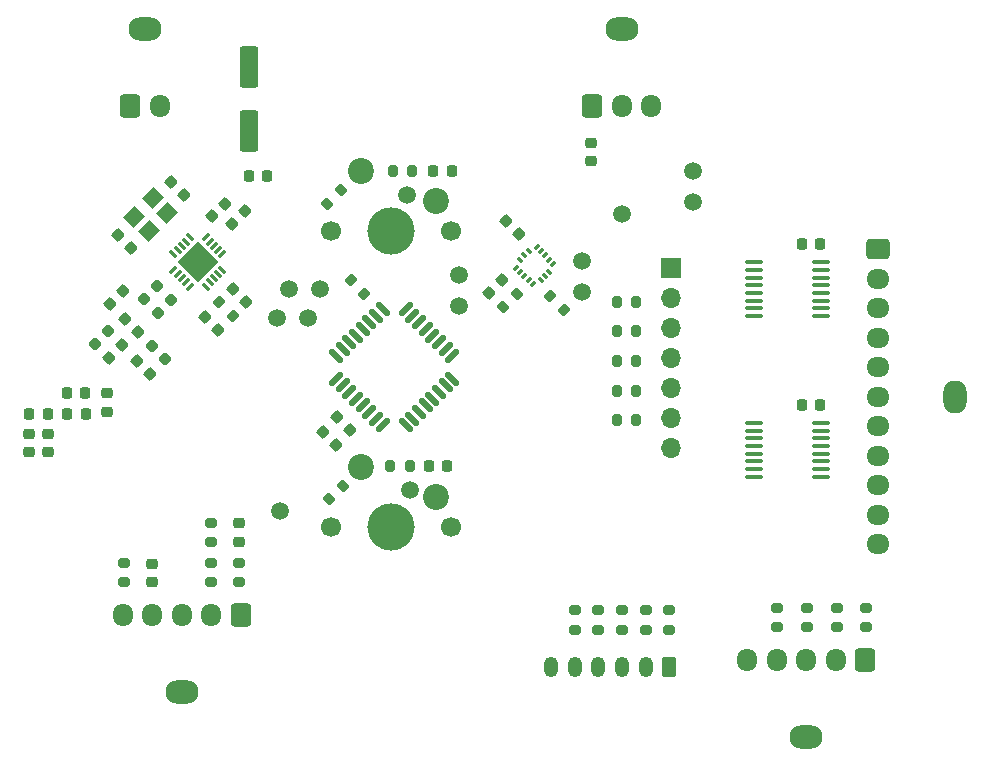
<source format=gbr>
%TF.GenerationSoftware,KiCad,Pcbnew,8.0.4-8.0.4-0~ubuntu22.04.1*%
%TF.CreationDate,2024-08-25T18:16:45-03:00*%
%TF.ProjectId,Antares-Transmitter,416e7461-7265-4732-9d54-72616e736d69,1.0.2*%
%TF.SameCoordinates,Original*%
%TF.FileFunction,Soldermask,Top*%
%TF.FilePolarity,Negative*%
%FSLAX46Y46*%
G04 Gerber Fmt 4.6, Leading zero omitted, Abs format (unit mm)*
G04 Created by KiCad (PCBNEW 8.0.4-8.0.4-0~ubuntu22.04.1) date 2024-08-25 18:16:45*
%MOMM*%
%LPD*%
G01*
G04 APERTURE LIST*
G04 Aperture macros list*
%AMRoundRect*
0 Rectangle with rounded corners*
0 $1 Rounding radius*
0 $2 $3 $4 $5 $6 $7 $8 $9 X,Y pos of 4 corners*
0 Add a 4 corners polygon primitive as box body*
4,1,4,$2,$3,$4,$5,$6,$7,$8,$9,$2,$3,0*
0 Add four circle primitives for the rounded corners*
1,1,$1+$1,$2,$3*
1,1,$1+$1,$4,$5*
1,1,$1+$1,$6,$7*
1,1,$1+$1,$8,$9*
0 Add four rect primitives between the rounded corners*
20,1,$1+$1,$2,$3,$4,$5,0*
20,1,$1+$1,$4,$5,$6,$7,0*
20,1,$1+$1,$6,$7,$8,$9,0*
20,1,$1+$1,$8,$9,$2,$3,0*%
%AMRotRect*
0 Rectangle, with rotation*
0 The origin of the aperture is its center*
0 $1 length*
0 $2 width*
0 $3 Rotation angle, in degrees counterclockwise*
0 Add horizontal line*
21,1,$1,$2,0,0,$3*%
G04 Aperture macros list end*
%ADD10RoundRect,0.250000X0.350000X0.625000X-0.350000X0.625000X-0.350000X-0.625000X0.350000X-0.625000X0*%
%ADD11O,1.200000X1.750000*%
%ADD12RoundRect,0.100000X-0.637500X-0.100000X0.637500X-0.100000X0.637500X0.100000X-0.637500X0.100000X0*%
%ADD13C,1.500000*%
%ADD14RoundRect,0.225000X0.225000X0.250000X-0.225000X0.250000X-0.225000X-0.250000X0.225000X-0.250000X0*%
%ADD15RoundRect,0.225000X0.250000X-0.225000X0.250000X0.225000X-0.250000X0.225000X-0.250000X-0.225000X0*%
%ADD16RoundRect,0.200000X0.335876X0.053033X0.053033X0.335876X-0.335876X-0.053033X-0.053033X-0.335876X0*%
%ADD17RoundRect,0.200000X-0.275000X0.200000X-0.275000X-0.200000X0.275000X-0.200000X0.275000X0.200000X0*%
%ADD18RoundRect,0.225000X-0.017678X0.335876X-0.335876X0.017678X0.017678X-0.335876X0.335876X-0.017678X0*%
%ADD19RoundRect,0.200000X0.200000X0.275000X-0.200000X0.275000X-0.200000X-0.275000X0.200000X-0.275000X0*%
%ADD20RoundRect,0.200000X-0.200000X-0.275000X0.200000X-0.275000X0.200000X0.275000X-0.200000X0.275000X0*%
%ADD21RoundRect,0.250000X0.550000X-1.500000X0.550000X1.500000X-0.550000X1.500000X-0.550000X-1.500000X0*%
%ADD22RoundRect,0.225000X-0.250000X0.225000X-0.250000X-0.225000X0.250000X-0.225000X0.250000X0.225000X0*%
%ADD23RoundRect,0.218750X0.335876X0.026517X0.026517X0.335876X-0.335876X-0.026517X-0.026517X-0.335876X0*%
%ADD24RoundRect,0.200000X0.053033X-0.335876X0.335876X-0.053033X-0.053033X0.335876X-0.335876X0.053033X0*%
%ADD25RoundRect,0.200000X-0.335876X-0.053033X-0.053033X-0.335876X0.335876X0.053033X0.053033X0.335876X0*%
%ADD26RoundRect,0.218750X0.218750X0.256250X-0.218750X0.256250X-0.218750X-0.256250X0.218750X-0.256250X0*%
%ADD27RoundRect,0.218750X-0.026517X0.335876X-0.335876X0.026517X0.026517X-0.335876X0.335876X-0.026517X0*%
%ADD28RoundRect,0.218750X-0.256250X0.218750X-0.256250X-0.218750X0.256250X-0.218750X0.256250X0.218750X0*%
%ADD29RoundRect,0.087500X-0.070711X-0.194454X0.194454X0.070711X0.070711X0.194454X-0.194454X-0.070711X0*%
%ADD30RoundRect,0.087500X0.070711X-0.194454X0.194454X-0.070711X-0.070711X0.194454X-0.194454X0.070711X0*%
%ADD31RoundRect,0.125000X-0.353553X-0.530330X0.530330X0.353553X0.353553X0.530330X-0.530330X-0.353553X0*%
%ADD32RoundRect,0.125000X0.353553X-0.530330X0.530330X-0.353553X-0.353553X0.530330X-0.530330X0.353553X0*%
%ADD33RoundRect,0.225000X-0.225000X-0.250000X0.225000X-0.250000X0.225000X0.250000X-0.225000X0.250000X0*%
%ADD34RoundRect,0.225000X-0.335876X-0.017678X-0.017678X-0.335876X0.335876X0.017678X0.017678X0.335876X0*%
%ADD35RoundRect,0.225000X0.017678X-0.335876X0.335876X-0.017678X-0.017678X0.335876X-0.335876X0.017678X0*%
%ADD36RoundRect,0.225000X0.335876X0.017678X0.017678X0.335876X-0.335876X-0.017678X-0.017678X-0.335876X0*%
%ADD37RoundRect,0.218750X0.256250X-0.218750X0.256250X0.218750X-0.256250X0.218750X-0.256250X-0.218750X0*%
%ADD38RotRect,1.400000X1.200000X225.000000*%
%ADD39RoundRect,0.062500X0.203293X0.291682X-0.291682X-0.203293X-0.203293X-0.291682X0.291682X0.203293X0*%
%ADD40RoundRect,0.062500X-0.203293X0.291682X-0.291682X0.203293X0.203293X-0.291682X0.291682X-0.203293X0*%
%ADD41RotRect,2.500000X2.500000X225.000000*%
%ADD42R,1.700000X1.700000*%
%ADD43O,1.700000X1.700000*%
%ADD44O,2.000000X2.800000*%
%ADD45RoundRect,0.250000X-0.725000X0.600000X-0.725000X-0.600000X0.725000X-0.600000X0.725000X0.600000X0*%
%ADD46O,1.950000X1.700000*%
%ADD47O,2.800000X2.000000*%
%ADD48RoundRect,0.250000X0.600000X0.725000X-0.600000X0.725000X-0.600000X-0.725000X0.600000X-0.725000X0*%
%ADD49O,1.700000X1.950000*%
%ADD50RoundRect,0.250000X-0.600000X-0.725000X0.600000X-0.725000X0.600000X0.725000X-0.600000X0.725000X0*%
%ADD51C,1.700000*%
%ADD52C,4.000000*%
%ADD53C,2.200000*%
G04 APERTURE END LIST*
D10*
%TO.C,J602*%
X150800000Y-144400000D03*
D11*
X148800000Y-144400000D03*
X146800000Y-144400000D03*
X144800000Y-144400000D03*
X142800000Y-144400000D03*
X140800000Y-144400000D03*
%TD*%
D12*
%TO.C,U402*%
X157937500Y-110125000D03*
X157937500Y-110775000D03*
X157937500Y-111425000D03*
X157937500Y-112075000D03*
X157937500Y-112725000D03*
X157937500Y-113375000D03*
X157937500Y-114025000D03*
X157937500Y-114675000D03*
X163662500Y-114675000D03*
X163662500Y-114025000D03*
X163662500Y-113375000D03*
X163662500Y-112725000D03*
X163662500Y-112075000D03*
X163662500Y-111425000D03*
X163662500Y-110775000D03*
X163662500Y-110125000D03*
%TD*%
%TO.C,U401*%
X157937500Y-123725000D03*
X157937500Y-124375000D03*
X157937500Y-125025000D03*
X157937500Y-125675000D03*
X157937500Y-126325000D03*
X157937500Y-126975000D03*
X157937500Y-127625000D03*
X157937500Y-128275000D03*
X163662500Y-128275000D03*
X163662500Y-127625000D03*
X163662500Y-126975000D03*
X163662500Y-126325000D03*
X163662500Y-125675000D03*
X163662500Y-125025000D03*
X163662500Y-124375000D03*
X163662500Y-123725000D03*
%TD*%
D13*
%TO.C,TP402*%
X152800000Y-102400000D03*
%TD*%
D14*
%TO.C,C402*%
X163575000Y-108600000D03*
X162025000Y-108600000D03*
%TD*%
D15*
%TO.C,C601*%
X114400000Y-133775000D03*
X114400000Y-132225000D03*
%TD*%
D13*
%TO.C,TP702*%
X128800000Y-129400000D03*
%TD*%
%TO.C,TP304*%
X120200000Y-114800000D03*
%TD*%
D16*
%TO.C,R801*%
X141883363Y-114133363D03*
X140716637Y-112966637D03*
%TD*%
D13*
%TO.C,TP303*%
X118600000Y-112400000D03*
%TD*%
%TO.C,TP701*%
X128600000Y-104400000D03*
%TD*%
%TO.C,TP501*%
X146800000Y-106000000D03*
%TD*%
D17*
%TO.C,R608*%
X142800000Y-139575000D03*
X142800000Y-141225000D03*
%TD*%
D18*
%TO.C,C802*%
X136648008Y-111601992D03*
X135551992Y-112698008D03*
%TD*%
%TO.C,C307*%
X104557533Y-112520642D03*
X103461517Y-113616658D03*
%TD*%
D17*
%TO.C,R609*%
X104600000Y-135575000D03*
X104600000Y-137225000D03*
%TD*%
D13*
%TO.C,TP804*%
X133000000Y-113800000D03*
%TD*%
D19*
%TO.C,R701*%
X129025000Y-102400000D03*
X127375000Y-102400000D03*
%TD*%
D20*
%TO.C,R1003*%
X146350000Y-118480000D03*
X148000000Y-118480000D03*
%TD*%
D21*
%TO.C,C1101*%
X115200000Y-99000000D03*
X115200000Y-93600000D03*
%TD*%
D22*
%TO.C,C501*%
X144200000Y-100025000D03*
X144200000Y-101575000D03*
%TD*%
D23*
%TO.C,L303*%
X108093069Y-118283562D03*
X106979375Y-117169868D03*
%TD*%
D17*
%TO.C,R903*%
X162450000Y-139375000D03*
X162450000Y-141025000D03*
%TD*%
D14*
%TO.C,C311*%
X101350000Y-121200000D03*
X99800000Y-121200000D03*
%TD*%
D17*
%TO.C,R904*%
X159940000Y-139375000D03*
X159940000Y-141025000D03*
%TD*%
D24*
%TO.C,R704*%
X122016637Y-130183363D03*
X123183363Y-129016637D03*
%TD*%
%TO.C,R802*%
X136716637Y-113933363D03*
X137883363Y-112766637D03*
%TD*%
D15*
%TO.C,C602*%
X107000000Y-137175000D03*
X107000000Y-135625000D03*
%TD*%
D13*
%TO.C,TP601*%
X117800000Y-131200000D03*
%TD*%
D17*
%TO.C,R901*%
X167470000Y-139375000D03*
X167470000Y-141025000D03*
%TD*%
D25*
%TO.C,R201*%
X123816637Y-111616637D03*
X124983363Y-112783363D03*
%TD*%
D26*
%TO.C,L306*%
X101387501Y-123000000D03*
X99812499Y-123000000D03*
%TD*%
D27*
%TO.C,L304*%
X103256843Y-115933644D03*
X102143149Y-117047338D03*
%TD*%
D28*
%TO.C,L305*%
X103200000Y-121224998D03*
X103200000Y-122800000D03*
%TD*%
D24*
%TO.C,R703*%
X121816637Y-105183363D03*
X122983363Y-104016637D03*
%TD*%
D13*
%TO.C,TP803*%
X133000000Y-111200000D03*
%TD*%
D29*
%TO.C,U801*%
X137826687Y-110559099D03*
X138180241Y-110912652D03*
X138533794Y-111266206D03*
X138887348Y-111619759D03*
X139240901Y-111973313D03*
D30*
X139912652Y-111619759D03*
X140266206Y-111266206D03*
X140619759Y-110912652D03*
D29*
X140973313Y-110240901D03*
X140619759Y-109887348D03*
X140266206Y-109533794D03*
X139912652Y-109180241D03*
X139559099Y-108826687D03*
D30*
X138887348Y-109180241D03*
X138533794Y-109533794D03*
X138180241Y-109887348D03*
%TD*%
D17*
%TO.C,R606*%
X146800000Y-139575000D03*
X146800000Y-141225000D03*
%TD*%
D31*
%TO.C,U201*%
X122567930Y-119972272D03*
X123133616Y-120537957D03*
X123699301Y-121103643D03*
X124264986Y-121669328D03*
X124830672Y-122235014D03*
X125396357Y-122800699D03*
X125962043Y-123366384D03*
X126527728Y-123932070D03*
D32*
X128472272Y-123932070D03*
X129037957Y-123366384D03*
X129603643Y-122800699D03*
X130169328Y-122235014D03*
X130735014Y-121669328D03*
X131300699Y-121103643D03*
X131866384Y-120537957D03*
X132432070Y-119972272D03*
D31*
X132432070Y-118027728D03*
X131866384Y-117462043D03*
X131300699Y-116896357D03*
X130735014Y-116330672D03*
X130169328Y-115764986D03*
X129603643Y-115199301D03*
X129037957Y-114633616D03*
X128472272Y-114067930D03*
D32*
X126527728Y-114067930D03*
X125962043Y-114633616D03*
X125396357Y-115199301D03*
X124830672Y-115764986D03*
X124264986Y-116330672D03*
X123699301Y-116896357D03*
X123133616Y-117462043D03*
X122567930Y-118027728D03*
%TD*%
D33*
%TO.C,C702*%
X130425000Y-127400000D03*
X131975000Y-127400000D03*
%TD*%
D17*
%TO.C,R604*%
X150800000Y-139575000D03*
X150800000Y-141225000D03*
%TD*%
%TO.C,R603*%
X114400000Y-135575000D03*
X114400000Y-137225000D03*
%TD*%
D18*
%TO.C,C310*%
X104448004Y-117142483D03*
X103351988Y-118238499D03*
%TD*%
D34*
%TO.C,C308*%
X104751988Y-114942483D03*
X105848004Y-116038499D03*
%TD*%
D20*
%TO.C,R1005*%
X146350000Y-123500000D03*
X148000000Y-123500000D03*
%TD*%
D17*
%TO.C,R902*%
X164960000Y-139375000D03*
X164960000Y-141025000D03*
%TD*%
D35*
%TO.C,C305*%
X112087774Y-106238499D03*
X113183790Y-105142483D03*
%TD*%
D20*
%TO.C,R1004*%
X146350000Y-120990000D03*
X148000000Y-120990000D03*
%TD*%
D17*
%TO.C,R602*%
X112000000Y-135575000D03*
X112000000Y-137225000D03*
%TD*%
D34*
%TO.C,C202*%
X121451992Y-124451992D03*
X122548008Y-125548008D03*
%TD*%
D27*
%TO.C,L302*%
X108592629Y-113333644D03*
X107478935Y-114447338D03*
%TD*%
%TO.C,L301*%
X107392629Y-112133644D03*
X106278935Y-113247338D03*
%TD*%
D14*
%TO.C,C313*%
X98175000Y-123000000D03*
X96625000Y-123000000D03*
%TD*%
D36*
%TO.C,C309*%
X106820276Y-119556355D03*
X105724260Y-118460339D03*
%TD*%
D33*
%TO.C,C701*%
X130825000Y-102400000D03*
X132375000Y-102400000D03*
%TD*%
D34*
%TO.C,C304*%
X113887774Y-112342483D03*
X114983790Y-113438499D03*
%TD*%
D37*
%TO.C,L307*%
X96600000Y-126187501D03*
X96600000Y-124612499D03*
%TD*%
D20*
%TO.C,R1002*%
X146350000Y-115970000D03*
X148000000Y-115970000D03*
%TD*%
D34*
%TO.C,C301*%
X108587774Y-103292483D03*
X109683790Y-104388499D03*
%TD*%
D25*
%TO.C,R301*%
X112652420Y-113507128D03*
X113819146Y-114673854D03*
%TD*%
D38*
%TO.C,Y301*%
X107062559Y-104711632D03*
X105506924Y-106267267D03*
X106709005Y-107469348D03*
X108264640Y-105913713D03*
%TD*%
D22*
%TO.C,C312*%
X98200000Y-124625000D03*
X98200000Y-126175000D03*
%TD*%
D35*
%TO.C,C303*%
X113737774Y-106838499D03*
X114833790Y-105742483D03*
%TD*%
D34*
%TO.C,C306*%
X111487774Y-114742483D03*
X112583790Y-115838499D03*
%TD*%
D17*
%TO.C,R607*%
X144800000Y-139575000D03*
X144800000Y-141225000D03*
%TD*%
%TO.C,R605*%
X148800000Y-139575000D03*
X148800000Y-141225000D03*
%TD*%
D39*
%TO.C,U301*%
X112962908Y-109427578D03*
X112609355Y-109074025D03*
X112255801Y-108720472D03*
X111902248Y-108366918D03*
X111548695Y-108013365D03*
D40*
X110222869Y-108013365D03*
X109869316Y-108366918D03*
X109515763Y-108720472D03*
X109162209Y-109074025D03*
X108808656Y-109427578D03*
D39*
X108808656Y-110753404D03*
X109162209Y-111106957D03*
X109515763Y-111460510D03*
X109869316Y-111814064D03*
X110222869Y-112167617D03*
D40*
X111548695Y-112167617D03*
X111902248Y-111814064D03*
X112255801Y-111460510D03*
X112609355Y-111106957D03*
X112962908Y-110753404D03*
D41*
X110885782Y-110090491D03*
%TD*%
D13*
%TO.C,TP401*%
X152800000Y-105000000D03*
%TD*%
D19*
%TO.C,R702*%
X128825000Y-127400000D03*
X127175000Y-127400000D03*
%TD*%
D36*
%TO.C,C801*%
X138048008Y-107698008D03*
X136951992Y-106601992D03*
%TD*%
D34*
%TO.C,C203*%
X122651992Y-123251992D03*
X123748008Y-124348008D03*
%TD*%
D42*
%TO.C,J1001*%
X150925000Y-110630000D03*
D43*
X150925000Y-113170000D03*
X150925000Y-115710000D03*
X150925000Y-118250000D03*
X150925000Y-120790000D03*
X150925000Y-123330000D03*
X150925000Y-125870000D03*
%TD*%
D13*
%TO.C,TP302*%
X117600000Y-114800000D03*
%TD*%
D33*
%TO.C,C1102*%
X115200000Y-102800000D03*
X116750000Y-102800000D03*
%TD*%
D36*
%TO.C,C302*%
X105183790Y-108888499D03*
X104087774Y-107792483D03*
%TD*%
D13*
%TO.C,TP801*%
X143400000Y-110000000D03*
%TD*%
D20*
%TO.C,R1001*%
X146350000Y-113460000D03*
X148000000Y-113460000D03*
%TD*%
D13*
%TO.C,TP301*%
X121200000Y-112400000D03*
%TD*%
%TO.C,TP802*%
X143400000Y-112600000D03*
%TD*%
D17*
%TO.C,R601*%
X112000000Y-132175000D03*
X112000000Y-133825000D03*
%TD*%
D44*
%TO.C,J401*%
X175000000Y-121500000D03*
D45*
X168500000Y-109000000D03*
D46*
X168500000Y-111500000D03*
X168500000Y-114000000D03*
X168500000Y-116500000D03*
X168500000Y-119000000D03*
X168500000Y-121500000D03*
X168500000Y-124000000D03*
X168500000Y-126500000D03*
X168500000Y-129000001D03*
X168500000Y-131500001D03*
X168500000Y-134000001D03*
%TD*%
D47*
%TO.C,J601*%
X109500000Y-146500000D03*
D48*
X114500000Y-140000000D03*
D49*
X112000000Y-140000000D03*
X109500000Y-140000000D03*
X107000000Y-140000000D03*
X104500000Y-140000000D03*
%TD*%
D47*
%TO.C,J501*%
X146750000Y-90400000D03*
D50*
X144250000Y-96900000D03*
D49*
X146750000Y-96900000D03*
X149250000Y-96900000D03*
%TD*%
D51*
%TO.C,SW702*%
X132330000Y-132500000D03*
D52*
X127250000Y-132500000D03*
D51*
X122170000Y-132500000D03*
D53*
X124710000Y-127420000D03*
X131060000Y-129960000D03*
%TD*%
D51*
%TO.C,SW701*%
X132330000Y-107500000D03*
D52*
X127250000Y-107500000D03*
D51*
X122170000Y-107500000D03*
D53*
X124710000Y-102420000D03*
X131060000Y-104960000D03*
%TD*%
D47*
%TO.C,J901*%
X162400000Y-150300000D03*
D48*
X167400000Y-143800000D03*
D49*
X164900000Y-143800000D03*
X162400000Y-143800000D03*
X159900000Y-143800000D03*
X157400000Y-143800000D03*
%TD*%
D47*
%TO.C,J1101*%
X106400000Y-90399999D03*
D50*
X105150000Y-96900000D03*
D49*
X107650000Y-96900000D03*
%TD*%
D14*
%TO.C,C401*%
X163575000Y-122200000D03*
X162025000Y-122200000D03*
%TD*%
M02*

</source>
